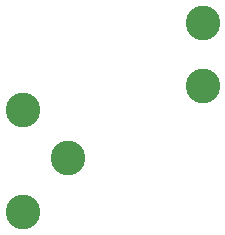
<source format=gbr>
%TF.GenerationSoftware,KiCad,Pcbnew,0.201604071231+6672~43~ubuntu15.10.1-product*%
%TF.CreationDate,2016-04-11T17:56:56+02:00*%
%TF.ProjectId,moto-dcdc,6D6F746F2D646364632E6B696361645F,rev?*%
%TF.FileFunction,Soldermask,Bot*%
%FSLAX46Y46*%
G04 Gerber Fmt 4.6, Leading zero omitted, Abs format (unit mm)*
G04 Created by KiCad (PCBNEW 0.201604071231+6672~43~ubuntu15.10.1-product) date pon, 11 kwi 2016, 17:56:56*
%MOMM*%
G01*
G04 APERTURE LIST*
%ADD10C,0.100000*%
%ADD11C,2.940000*%
G04 APERTURE END LIST*
D10*
D11*
X146304000Y-78994000D03*
X131064000Y-94996000D03*
X134874000Y-90424000D03*
X146304000Y-84328000D03*
X131064000Y-86360000D03*
M02*

</source>
